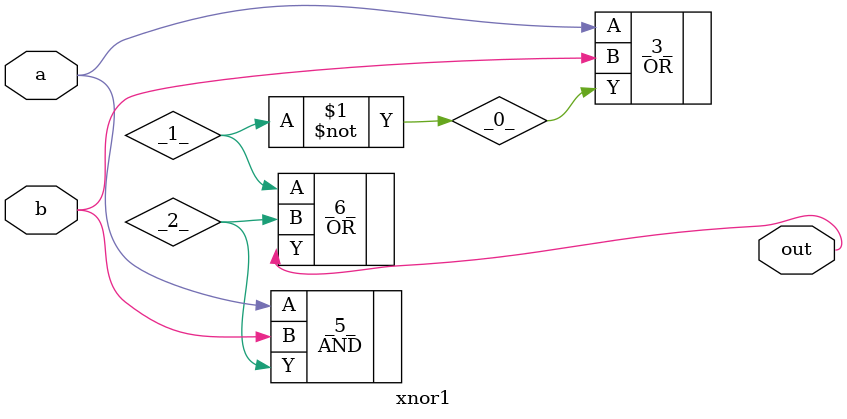
<source format=v>
/* Generated by Yosys 0.41+83 (git sha1 7045cf509, x86_64-w64-mingw32-g++ 13.2.1 -Os) */

/* cells_not_processed =  1  */
/* src = "xnor1.v:1.1-13.10" */
module xnor1(a, b, out);
  wire _0_;
  wire _1_;
  wire _2_;
  /* src = "xnor1.v:2.9-2.10" */
  input a;
  wire a;
  /* src = "xnor1.v:3.9-3.10" */
  input b;
  wire b;
  /* src = "xnor1.v:4.10-4.13" */
  output out;
  wire out;
  OR _3_ (
    .A(a),
    .B(b),
    .Y(_0_)
  );
  not _4_ (
    .A(_0_),
    .Y(_1_)
  );
  AND _5_ (
    .A(a),
    .B(b),
    .Y(_2_)
  );
  OR _6_ (
    .A(_1_),
    .B(_2_),
    .Y(out)
  );
endmodule

</source>
